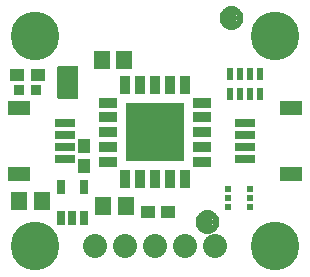
<source format=gbr>
G04 EAGLE Gerber RS-274X export*
G75*
%MOMM*%
%FSLAX34Y34*%
%LPD*%
%INSoldermask Top*%
%IPPOS*%
%AMOC8*
5,1,8,0,0,1.08239X$1,22.5*%
G01*
%ADD10R,1.341600X1.601600*%
%ADD11R,0.651600X1.301600*%
%ADD12R,1.101600X1.176600*%
%ADD13R,0.551600X1.001600*%
%ADD14R,0.601600X0.601600*%
%ADD15R,0.601600X0.501600*%
%ADD16C,4.117600*%
%ADD17R,1.651600X0.701600*%
%ADD18R,1.901600X1.301600*%
%ADD19C,1.101600*%
%ADD20C,0.469900*%
%ADD21R,0.901600X0.901600*%
%ADD22R,1.176600X1.101600*%
%ADD23R,1.601600X0.901600*%
%ADD24R,0.901600X1.601600*%
%ADD25R,4.901600X4.901600*%
%ADD26C,2.032000*%

G36*
X61078Y149876D02*
X61078Y149876D01*
X61197Y149883D01*
X61235Y149896D01*
X61276Y149901D01*
X61386Y149944D01*
X61499Y149981D01*
X61534Y150003D01*
X61571Y150018D01*
X61667Y150088D01*
X61768Y150151D01*
X61796Y150181D01*
X61829Y150204D01*
X61905Y150296D01*
X61986Y150383D01*
X62006Y150418D01*
X62031Y150449D01*
X62082Y150557D01*
X62140Y150661D01*
X62150Y150701D01*
X62167Y150737D01*
X62189Y150854D01*
X62219Y150969D01*
X62223Y151030D01*
X62227Y151050D01*
X62225Y151070D01*
X62229Y151130D01*
X62229Y176530D01*
X62214Y176648D01*
X62207Y176767D01*
X62194Y176805D01*
X62189Y176846D01*
X62146Y176956D01*
X62109Y177069D01*
X62087Y177104D01*
X62072Y177141D01*
X62003Y177237D01*
X61939Y177338D01*
X61909Y177366D01*
X61886Y177399D01*
X61794Y177475D01*
X61707Y177556D01*
X61672Y177576D01*
X61641Y177601D01*
X61533Y177652D01*
X61429Y177710D01*
X61389Y177720D01*
X61353Y177737D01*
X61236Y177759D01*
X61121Y177789D01*
X61061Y177793D01*
X61041Y177797D01*
X61020Y177795D01*
X60960Y177799D01*
X45720Y177799D01*
X45602Y177784D01*
X45483Y177777D01*
X45445Y177764D01*
X45404Y177759D01*
X45294Y177716D01*
X45181Y177679D01*
X45146Y177657D01*
X45109Y177642D01*
X45013Y177573D01*
X44912Y177509D01*
X44884Y177479D01*
X44851Y177456D01*
X44776Y177364D01*
X44694Y177277D01*
X44674Y177242D01*
X44649Y177211D01*
X44598Y177103D01*
X44540Y176999D01*
X44530Y176959D01*
X44513Y176923D01*
X44491Y176806D01*
X44461Y176691D01*
X44457Y176631D01*
X44453Y176611D01*
X44454Y176599D01*
X44453Y176596D01*
X44454Y176583D01*
X44451Y176530D01*
X44451Y151130D01*
X44466Y151012D01*
X44473Y150893D01*
X44486Y150855D01*
X44491Y150814D01*
X44534Y150704D01*
X44571Y150591D01*
X44593Y150556D01*
X44608Y150519D01*
X44678Y150423D01*
X44741Y150322D01*
X44771Y150294D01*
X44794Y150261D01*
X44886Y150186D01*
X44973Y150104D01*
X45008Y150084D01*
X45039Y150059D01*
X45147Y150008D01*
X45251Y149950D01*
X45291Y149940D01*
X45327Y149923D01*
X45444Y149901D01*
X45559Y149871D01*
X45620Y149867D01*
X45640Y149863D01*
X45660Y149865D01*
X45720Y149861D01*
X60960Y149861D01*
X61078Y149876D01*
G37*
D10*
X31090Y63500D03*
X12090Y63500D03*
D11*
X47650Y49229D03*
X57150Y49229D03*
X66650Y49229D03*
X66650Y75231D03*
X47650Y75231D03*
D10*
X83210Y59690D03*
X102210Y59690D03*
D12*
X67310Y93100D03*
X67310Y110100D03*
D13*
X216200Y154060D03*
X216200Y171060D03*
X207200Y154060D03*
X199200Y154060D03*
X190200Y154060D03*
X190200Y171060D03*
X207200Y171060D03*
X199200Y171060D03*
D14*
X207120Y58540D03*
D15*
X207120Y66040D03*
D14*
X207120Y73540D03*
X189120Y73540D03*
D15*
X189120Y66040D03*
D14*
X189120Y58540D03*
D16*
X25400Y203200D03*
X228600Y203200D03*
D17*
X203460Y109300D03*
X203460Y119300D03*
X203460Y99300D03*
X203460Y129300D03*
D18*
X242460Y86300D03*
X242460Y142300D03*
D17*
X50540Y119300D03*
X50540Y109300D03*
X50540Y129300D03*
X50540Y99300D03*
D18*
X11540Y142300D03*
X11540Y86300D03*
D19*
X191770Y218440D03*
D20*
X191770Y225940D02*
X191589Y225938D01*
X191408Y225931D01*
X191227Y225920D01*
X191046Y225905D01*
X190866Y225885D01*
X190686Y225861D01*
X190507Y225833D01*
X190329Y225800D01*
X190152Y225763D01*
X189975Y225722D01*
X189800Y225677D01*
X189625Y225627D01*
X189452Y225573D01*
X189281Y225515D01*
X189110Y225453D01*
X188942Y225386D01*
X188775Y225316D01*
X188609Y225242D01*
X188446Y225163D01*
X188285Y225081D01*
X188125Y224995D01*
X187968Y224905D01*
X187813Y224811D01*
X187660Y224714D01*
X187510Y224612D01*
X187362Y224508D01*
X187216Y224399D01*
X187074Y224288D01*
X186934Y224172D01*
X186797Y224054D01*
X186662Y223932D01*
X186531Y223807D01*
X186403Y223679D01*
X186278Y223548D01*
X186156Y223413D01*
X186038Y223276D01*
X185922Y223136D01*
X185811Y222994D01*
X185702Y222848D01*
X185598Y222700D01*
X185496Y222550D01*
X185399Y222397D01*
X185305Y222242D01*
X185215Y222085D01*
X185129Y221925D01*
X185047Y221764D01*
X184968Y221601D01*
X184894Y221435D01*
X184824Y221268D01*
X184757Y221100D01*
X184695Y220929D01*
X184637Y220758D01*
X184583Y220585D01*
X184533Y220410D01*
X184488Y220235D01*
X184447Y220058D01*
X184410Y219881D01*
X184377Y219703D01*
X184349Y219524D01*
X184325Y219344D01*
X184305Y219164D01*
X184290Y218983D01*
X184279Y218802D01*
X184272Y218621D01*
X184270Y218440D01*
X191770Y225940D02*
X191951Y225938D01*
X192132Y225931D01*
X192313Y225920D01*
X192494Y225905D01*
X192674Y225885D01*
X192854Y225861D01*
X193033Y225833D01*
X193211Y225800D01*
X193388Y225763D01*
X193565Y225722D01*
X193740Y225677D01*
X193915Y225627D01*
X194088Y225573D01*
X194259Y225515D01*
X194430Y225453D01*
X194598Y225386D01*
X194765Y225316D01*
X194931Y225242D01*
X195094Y225163D01*
X195255Y225081D01*
X195415Y224995D01*
X195572Y224905D01*
X195727Y224811D01*
X195880Y224714D01*
X196030Y224612D01*
X196178Y224508D01*
X196324Y224399D01*
X196466Y224288D01*
X196606Y224172D01*
X196743Y224054D01*
X196878Y223932D01*
X197009Y223807D01*
X197137Y223679D01*
X197262Y223548D01*
X197384Y223413D01*
X197502Y223276D01*
X197618Y223136D01*
X197729Y222994D01*
X197838Y222848D01*
X197942Y222700D01*
X198044Y222550D01*
X198141Y222397D01*
X198235Y222242D01*
X198325Y222085D01*
X198411Y221925D01*
X198493Y221764D01*
X198572Y221601D01*
X198646Y221435D01*
X198716Y221268D01*
X198783Y221100D01*
X198845Y220929D01*
X198903Y220758D01*
X198957Y220585D01*
X199007Y220410D01*
X199052Y220235D01*
X199093Y220058D01*
X199130Y219881D01*
X199163Y219703D01*
X199191Y219524D01*
X199215Y219344D01*
X199235Y219164D01*
X199250Y218983D01*
X199261Y218802D01*
X199268Y218621D01*
X199270Y218440D01*
X199268Y218259D01*
X199261Y218078D01*
X199250Y217897D01*
X199235Y217716D01*
X199215Y217536D01*
X199191Y217356D01*
X199163Y217177D01*
X199130Y216999D01*
X199093Y216822D01*
X199052Y216645D01*
X199007Y216470D01*
X198957Y216295D01*
X198903Y216122D01*
X198845Y215951D01*
X198783Y215780D01*
X198716Y215612D01*
X198646Y215445D01*
X198572Y215279D01*
X198493Y215116D01*
X198411Y214955D01*
X198325Y214795D01*
X198235Y214638D01*
X198141Y214483D01*
X198044Y214330D01*
X197942Y214180D01*
X197838Y214032D01*
X197729Y213886D01*
X197618Y213744D01*
X197502Y213604D01*
X197384Y213467D01*
X197262Y213332D01*
X197137Y213201D01*
X197009Y213073D01*
X196878Y212948D01*
X196743Y212826D01*
X196606Y212708D01*
X196466Y212592D01*
X196324Y212481D01*
X196178Y212372D01*
X196030Y212268D01*
X195880Y212166D01*
X195727Y212069D01*
X195572Y211975D01*
X195415Y211885D01*
X195255Y211799D01*
X195094Y211717D01*
X194931Y211638D01*
X194765Y211564D01*
X194598Y211494D01*
X194430Y211427D01*
X194259Y211365D01*
X194088Y211307D01*
X193915Y211253D01*
X193740Y211203D01*
X193565Y211158D01*
X193388Y211117D01*
X193211Y211080D01*
X193033Y211047D01*
X192854Y211019D01*
X192674Y210995D01*
X192494Y210975D01*
X192313Y210960D01*
X192132Y210949D01*
X191951Y210942D01*
X191770Y210940D01*
X191589Y210942D01*
X191408Y210949D01*
X191227Y210960D01*
X191046Y210975D01*
X190866Y210995D01*
X190686Y211019D01*
X190507Y211047D01*
X190329Y211080D01*
X190152Y211117D01*
X189975Y211158D01*
X189800Y211203D01*
X189625Y211253D01*
X189452Y211307D01*
X189281Y211365D01*
X189110Y211427D01*
X188942Y211494D01*
X188775Y211564D01*
X188609Y211638D01*
X188446Y211717D01*
X188285Y211799D01*
X188125Y211885D01*
X187968Y211975D01*
X187813Y212069D01*
X187660Y212166D01*
X187510Y212268D01*
X187362Y212372D01*
X187216Y212481D01*
X187074Y212592D01*
X186934Y212708D01*
X186797Y212826D01*
X186662Y212948D01*
X186531Y213073D01*
X186403Y213201D01*
X186278Y213332D01*
X186156Y213467D01*
X186038Y213604D01*
X185922Y213744D01*
X185811Y213886D01*
X185702Y214032D01*
X185598Y214180D01*
X185496Y214330D01*
X185399Y214483D01*
X185305Y214638D01*
X185215Y214795D01*
X185129Y214955D01*
X185047Y215116D01*
X184968Y215279D01*
X184894Y215445D01*
X184824Y215612D01*
X184757Y215780D01*
X184695Y215951D01*
X184637Y216122D01*
X184583Y216295D01*
X184533Y216470D01*
X184488Y216645D01*
X184447Y216822D01*
X184410Y216999D01*
X184377Y217177D01*
X184349Y217356D01*
X184325Y217536D01*
X184305Y217716D01*
X184290Y217897D01*
X184279Y218078D01*
X184272Y218259D01*
X184270Y218440D01*
D19*
X171450Y45720D03*
D20*
X171450Y53220D02*
X171269Y53218D01*
X171088Y53211D01*
X170907Y53200D01*
X170726Y53185D01*
X170546Y53165D01*
X170366Y53141D01*
X170187Y53113D01*
X170009Y53080D01*
X169832Y53043D01*
X169655Y53002D01*
X169480Y52957D01*
X169305Y52907D01*
X169132Y52853D01*
X168961Y52795D01*
X168790Y52733D01*
X168622Y52666D01*
X168455Y52596D01*
X168289Y52522D01*
X168126Y52443D01*
X167965Y52361D01*
X167805Y52275D01*
X167648Y52185D01*
X167493Y52091D01*
X167340Y51994D01*
X167190Y51892D01*
X167042Y51788D01*
X166896Y51679D01*
X166754Y51568D01*
X166614Y51452D01*
X166477Y51334D01*
X166342Y51212D01*
X166211Y51087D01*
X166083Y50959D01*
X165958Y50828D01*
X165836Y50693D01*
X165718Y50556D01*
X165602Y50416D01*
X165491Y50274D01*
X165382Y50128D01*
X165278Y49980D01*
X165176Y49830D01*
X165079Y49677D01*
X164985Y49522D01*
X164895Y49365D01*
X164809Y49205D01*
X164727Y49044D01*
X164648Y48881D01*
X164574Y48715D01*
X164504Y48548D01*
X164437Y48380D01*
X164375Y48209D01*
X164317Y48038D01*
X164263Y47865D01*
X164213Y47690D01*
X164168Y47515D01*
X164127Y47338D01*
X164090Y47161D01*
X164057Y46983D01*
X164029Y46804D01*
X164005Y46624D01*
X163985Y46444D01*
X163970Y46263D01*
X163959Y46082D01*
X163952Y45901D01*
X163950Y45720D01*
X171450Y53220D02*
X171631Y53218D01*
X171812Y53211D01*
X171993Y53200D01*
X172174Y53185D01*
X172354Y53165D01*
X172534Y53141D01*
X172713Y53113D01*
X172891Y53080D01*
X173068Y53043D01*
X173245Y53002D01*
X173420Y52957D01*
X173595Y52907D01*
X173768Y52853D01*
X173939Y52795D01*
X174110Y52733D01*
X174278Y52666D01*
X174445Y52596D01*
X174611Y52522D01*
X174774Y52443D01*
X174935Y52361D01*
X175095Y52275D01*
X175252Y52185D01*
X175407Y52091D01*
X175560Y51994D01*
X175710Y51892D01*
X175858Y51788D01*
X176004Y51679D01*
X176146Y51568D01*
X176286Y51452D01*
X176423Y51334D01*
X176558Y51212D01*
X176689Y51087D01*
X176817Y50959D01*
X176942Y50828D01*
X177064Y50693D01*
X177182Y50556D01*
X177298Y50416D01*
X177409Y50274D01*
X177518Y50128D01*
X177622Y49980D01*
X177724Y49830D01*
X177821Y49677D01*
X177915Y49522D01*
X178005Y49365D01*
X178091Y49205D01*
X178173Y49044D01*
X178252Y48881D01*
X178326Y48715D01*
X178396Y48548D01*
X178463Y48380D01*
X178525Y48209D01*
X178583Y48038D01*
X178637Y47865D01*
X178687Y47690D01*
X178732Y47515D01*
X178773Y47338D01*
X178810Y47161D01*
X178843Y46983D01*
X178871Y46804D01*
X178895Y46624D01*
X178915Y46444D01*
X178930Y46263D01*
X178941Y46082D01*
X178948Y45901D01*
X178950Y45720D01*
X178948Y45539D01*
X178941Y45358D01*
X178930Y45177D01*
X178915Y44996D01*
X178895Y44816D01*
X178871Y44636D01*
X178843Y44457D01*
X178810Y44279D01*
X178773Y44102D01*
X178732Y43925D01*
X178687Y43750D01*
X178637Y43575D01*
X178583Y43402D01*
X178525Y43231D01*
X178463Y43060D01*
X178396Y42892D01*
X178326Y42725D01*
X178252Y42559D01*
X178173Y42396D01*
X178091Y42235D01*
X178005Y42075D01*
X177915Y41918D01*
X177821Y41763D01*
X177724Y41610D01*
X177622Y41460D01*
X177518Y41312D01*
X177409Y41166D01*
X177298Y41024D01*
X177182Y40884D01*
X177064Y40747D01*
X176942Y40612D01*
X176817Y40481D01*
X176689Y40353D01*
X176558Y40228D01*
X176423Y40106D01*
X176286Y39988D01*
X176146Y39872D01*
X176004Y39761D01*
X175858Y39652D01*
X175710Y39548D01*
X175560Y39446D01*
X175407Y39349D01*
X175252Y39255D01*
X175095Y39165D01*
X174935Y39079D01*
X174774Y38997D01*
X174611Y38918D01*
X174445Y38844D01*
X174278Y38774D01*
X174110Y38707D01*
X173939Y38645D01*
X173768Y38587D01*
X173595Y38533D01*
X173420Y38483D01*
X173245Y38438D01*
X173068Y38397D01*
X172891Y38360D01*
X172713Y38327D01*
X172534Y38299D01*
X172354Y38275D01*
X172174Y38255D01*
X171993Y38240D01*
X171812Y38229D01*
X171631Y38222D01*
X171450Y38220D01*
X171269Y38222D01*
X171088Y38229D01*
X170907Y38240D01*
X170726Y38255D01*
X170546Y38275D01*
X170366Y38299D01*
X170187Y38327D01*
X170009Y38360D01*
X169832Y38397D01*
X169655Y38438D01*
X169480Y38483D01*
X169305Y38533D01*
X169132Y38587D01*
X168961Y38645D01*
X168790Y38707D01*
X168622Y38774D01*
X168455Y38844D01*
X168289Y38918D01*
X168126Y38997D01*
X167965Y39079D01*
X167805Y39165D01*
X167648Y39255D01*
X167493Y39349D01*
X167340Y39446D01*
X167190Y39548D01*
X167042Y39652D01*
X166896Y39761D01*
X166754Y39872D01*
X166614Y39988D01*
X166477Y40106D01*
X166342Y40228D01*
X166211Y40353D01*
X166083Y40481D01*
X165958Y40612D01*
X165836Y40747D01*
X165718Y40884D01*
X165602Y41024D01*
X165491Y41166D01*
X165382Y41312D01*
X165278Y41460D01*
X165176Y41610D01*
X165079Y41763D01*
X164985Y41918D01*
X164895Y42075D01*
X164809Y42235D01*
X164727Y42396D01*
X164648Y42559D01*
X164574Y42725D01*
X164504Y42892D01*
X164437Y43060D01*
X164375Y43231D01*
X164317Y43402D01*
X164263Y43575D01*
X164213Y43750D01*
X164168Y43925D01*
X164127Y44102D01*
X164090Y44279D01*
X164057Y44457D01*
X164029Y44636D01*
X164005Y44816D01*
X163985Y44996D01*
X163970Y45177D01*
X163959Y45358D01*
X163952Y45539D01*
X163950Y45720D01*
D16*
X25400Y25400D03*
X228600Y25400D03*
D21*
X11550Y157480D03*
X26550Y157480D03*
D22*
X10550Y170180D03*
X27550Y170180D03*
D23*
X87000Y146920D03*
X87000Y134420D03*
X87000Y121920D03*
X87000Y109420D03*
X87000Y96920D03*
D24*
X102000Y81920D03*
X114500Y81920D03*
X127000Y81920D03*
X139500Y81920D03*
X152000Y81920D03*
D23*
X167000Y96920D03*
X167000Y109420D03*
X167000Y121920D03*
X167000Y134420D03*
X167000Y146920D03*
D24*
X152000Y161920D03*
X139500Y161920D03*
X127000Y161920D03*
X114500Y161920D03*
X102000Y161920D03*
D25*
X127000Y121920D03*
D26*
X76200Y25400D03*
X101600Y25400D03*
X127000Y25400D03*
X152400Y25400D03*
X177800Y25400D03*
D10*
X100940Y182880D03*
X81940Y182880D03*
D22*
X121040Y54610D03*
X138040Y54610D03*
M02*

</source>
